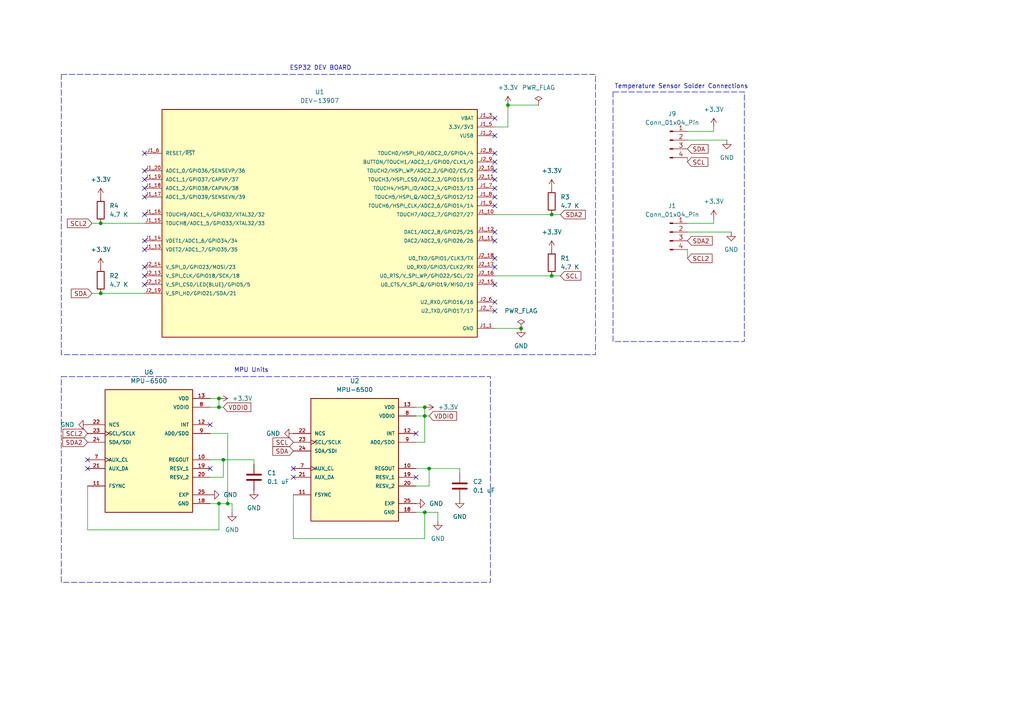
<source format=kicad_sch>
(kicad_sch (version 20250114) (generator "eeschema") (generator_version "9.0")
  (paper "A4")
  (lib_symbols
    (symbol "Connector:Conn_01x04_Pin" (pin_names (offset 1.016) (hide yes))
      (property "Reference" "J" (at 0 5.08 0))
      (property "Value" "Conn_01x04_Pin" (at 0 -7.62 0))
      (symbol "Conn_01x04_Pin_1_1"
        (rectangle (start 0.8636 2.667) (end 0 2.413) (stroke (width 0.1524)) (fill (type outline)))
        (rectangle (start 0.8636 0.127) (end 0 -0.127) (stroke (width 0.1524)) (fill (type outline)))
        (rectangle (start 0.8636 -2.413) (end 0 -2.667) (stroke (width 0.1524)) (fill (type outline)))
        (rectangle (start 0.8636 -4.953) (end 0 -5.207) (stroke (width 0.1524)) (fill (type outline)))
        (polyline (pts (xy 1.27 2.54) (xy 0.8636 2.54)) (stroke (width 0.1524)))
        (polyline (pts (xy 1.27 0) (xy 0.8636 0)) (stroke (width 0.1524)))
        (polyline (pts (xy 1.27 -2.54) (xy 0.8636 -2.54)) (stroke (width 0.1524)))
        (polyline (pts (xy 1.27 -5.08) (xy 0.8636 -5.08)) (stroke (width 0.1524)))
        (pin passive line (at 5.08 2.54 180) (length 3.81) (name "Pin_1") (number "1"))
        (pin passive line (at 5.08 0 180) (length 3.81) (name "Pin_2") (number "2"))
        (pin passive line (at 5.08 -2.54 180) (length 3.81) (name "Pin_3") (number "3"))
        (pin passive line (at 5.08 -5.08 180) (length 3.81) (name "Pin_4") (number "4"))
      )
    )
    (symbol "DEV-13907:DEV-13907" (pin_names (offset 1.016))
      (property "Reference" "U" (at -45.72 33.782 0))
      (property "Value" "DEV-13907" (at -45.72 -35.56 0))
      (symbol "DEV-13907_0_0"
        (rectangle (start -45.72 -33.02) (end 45.72 33.02) (stroke (width 0.254)) (fill (type background)))
        (pin input line (at -50.8 20.32 0) (length 5.08) (name "RESET/~{RST}") (number "J1_6"))
        (pin bidirectional line (at -50.8 15.24 0) (length 5.08) (name "ADC1_0/GPIO36/SENSEVP/36") (number "J1_20"))
        (pin bidirectional line (at -50.8 12.7 0) (length 5.08) (name "ADC1_1/GPIO37/CAPVP/37") (number "J1_19"))
        (pin bidirectional line (at -50.8 10.16 0) (length 5.08) (name "ADC1_2/GPIO38/CAPVN/38") (number "J1_18"))
        (pin bidirectional line (at -50.8 7.62 0) (length 5.08) (name "ADC1_3/GPIO39/SENSEVN/39") (number "J1_17"))
        (pin bidirectional line (at -50.8 2.54 0) (length 5.08) (name "TOUCH9/ADC1_4/GPIO32/XTAL32/32") (number "J1_16"))
        (pin bidirectional line (at -50.8 0 0) (length 5.08) (name "TOUCH8/ADC1_5/GPIO33/XTAL32/33") (number "J1_15"))
        (pin bidirectional line (at -50.8 -5.08 0) (length 5.08) (name "VDET1/ADC1_6/GPIO34/34") (number "J1_14"))
        (pin bidirectional line (at -50.8 -7.62 0) (length 5.08) (name "VDET2/ADC1_7/GPIO35/35") (number "J1_13"))
        (pin bidirectional line (at -50.8 -12.7 0) (length 5.08) (name "V_SPI_D/GPIO23/MOSI/23") (number "J2_14"))
        (pin bidirectional line (at -50.8 -15.24 0) (length 5.08) (name "V_SPI_CLK/GPIO18/SCK/18") (number "J2_13"))
        (pin bidirectional line (at -50.8 -17.78 0) (length 5.08) (name "V_SPI_CS0/LED(BLUE)/GPIO5/5") (number "J2_12"))
        (pin bidirectional line (at -50.8 -20.32 0) (length 5.08) (name "V_SPI_HD/GPIO21/SDA/21") (number "J2_19"))
        (pin power_in line (at 50.8 30.48 180) (length 5.08) (name "VBAT") (number "J1_3"))
        (pin power_in line (at 50.8 30.48 180) (length 5.08) (hide yes) (name "VBAT") (number "J2_3"))
        (pin power_in line (at 50.8 27.94 180) (length 5.08) (name "3.3V/3V3") (number "J1_5"))
        (pin power_in line (at 50.8 27.94 180) (length 5.08) (hide yes) (name "3.3V/3V3") (number "J2_5"))
        (pin power_in line (at 50.8 25.4 180) (length 5.08) (name "VUSB") (number "J1_2"))
        (pin power_in line (at 50.8 25.4 180) (length 5.08) (hide yes) (name "VUSB") (number "J2_2"))
        (pin bidirectional line (at 50.8 20.32 180) (length 5.08) (name "TOUCH0/HSPI_HD/ADC2_0/GPIO4/4") (number "J2_8"))
        (pin bidirectional line (at 50.8 17.78 180) (length 5.08) (name "BUTTON/TOUCH1/ADC2_1/GPIO0/CLK1/0") (number "J2_9"))
        (pin bidirectional line (at 50.8 15.24 180) (length 5.08) (name "TOUCH2/HSPI_WP/ADC2_2/GPIO2/CS/2") (number "J2_10"))
        (pin bidirectional line (at 50.8 12.7 180) (length 5.08) (name "TOUCH3/HSPI_CS0/ADC2_3/GPIO15/15") (number "J2_11"))
        (pin bidirectional line (at 50.8 10.16 180) (length 5.08) (name "TOUCH4/HSPI_ID/ADC2_4/GPIO13/13") (number "J1_7"))
        (pin bidirectional line (at 50.8 7.62 180) (length 5.08) (name "TOUCH5/HSPI_Q/ADC2_5/GPIO12/12") (number "J1_8"))
        (pin bidirectional line (at 50.8 5.08 180) (length 5.08) (name "TOUCH6/HSPI_CLK/ADC2_6/GPIO14/14") (number "J1_9"))
        (pin bidirectional line (at 50.8 2.54 180) (length 5.08) (name "TOUCH7/ADC2_7/GPIO27/27") (number "J1_10"))
        (pin bidirectional line (at 50.8 -2.54 180) (length 5.08) (name "DAC1/ADC2_8/GPIO25/25") (number "J1_12"))
        (pin bidirectional line (at 50.8 -5.08 180) (length 5.08) (name "DAC2/ADC2_9/GPIO26/26") (number "J1_11"))
        (pin bidirectional line (at 50.8 -10.16 180) (length 5.08) (name "U0_TXD/GPIO1/CLK3/TX") (number "J2_18"))
        (pin bidirectional line (at 50.8 -12.7 180) (length 5.08) (name "U0_RXD/GPIO3/CLK2/RX") (number "J2_17"))
        (pin bidirectional line (at 50.8 -15.24 180) (length 5.08) (name "U0_RTS/V_SPI_WP/GPIO22/SCL/22") (number "J2_16"))
        (pin bidirectional line (at 50.8 -17.78 180) (length 5.08) (name "U0_CTS/V_SPI_Q/GPIO19/MISO/19") (number "J2_15"))
        (pin bidirectional line (at 50.8 -22.86 180) (length 5.08) (name "U2_RXD/GPIO16/16") (number "J2_6"))
        (pin bidirectional line (at 50.8 -25.4 180) (length 5.08) (name "U2_TXD/GPIO17/17") (number "J2_7"))
        (pin power_in line (at 50.8 -30.48 180) (length 5.08) (name "GND") (number "J1_1"))
        (pin power_in line (at 50.8 -30.48 180) (length 5.08) (hide yes) (name "GND") (number "J1_4"))
        (pin power_in line (at 50.8 -30.48 180) (length 5.08) (hide yes) (name "GND") (number "J2_1"))
        (pin power_in line (at 50.8 -30.48 180) (length 5.08) (hide yes) (name "GND") (number "J2_20"))
        (pin power_in line (at 50.8 -30.48 180) (length 5.08) (hide yes) (name "GND") (number "J2_4"))
      )
    )
    (symbol "Device:C" (pin_numbers (hide yes)) (pin_names (offset 0.254))
      (property "Reference" "C" (at 0.635 2.54 0))
      (property "Value" "C" (at 0.635 -2.54 0))
      (symbol "C_0_1"
        (polyline (pts (xy -2.032 0.762) (xy 2.032 0.762)) (stroke (width 0.508)))
        (polyline (pts (xy -2.032 -0.762) (xy 2.032 -0.762)) (stroke (width 0.508)))
      )
      (symbol "C_1_1"
        (pin passive line (at 0 3.81 270) (length 2.794) (name "~") (number "1"))
        (pin passive line (at 0 -3.81 90) (length 2.794) (name "~") (number "2"))
      )
    )
    (symbol "Device:R" (pin_numbers (hide yes)) (pin_names (offset 0))
      (property "Reference" "R" (at 2.032 0 90))
      (property "Value" "R" (at 0 0 90))
      (symbol "R_0_1"
        (rectangle (start -1.016 -2.54) (end 1.016 2.54) (stroke (width 0.254)))
      )
      (symbol "R_1_1"
        (pin passive line (at 0 3.81 270) (length 1.27) (name "~") (number "1"))
        (pin passive line (at 0 -3.81 90) (length 1.27) (name "~") (number "2"))
      )
    )
    (symbol "MPU-6500:MPU-6500" (pin_names (offset 1.016))
      (property "Reference" "U" (at -12.7 19.05 0))
      (property "Value" "MPU-6500" (at -12.7 -19.05 0))
      (symbol "MPU-6500_0_0"
        (rectangle (start -12.7 -17.78) (end 12.7 17.78) (stroke (width 0.254)) (fill (type background)))
        (pin input line (at -17.78 7.62 0) (length 5.08) (name "NCS") (number "22"))
        (pin input clock (at -17.78 5.08 0) (length 5.08) (name "SCL/SCLK") (number "23"))
        (pin bidirectional line (at -17.78 2.54 0) (length 5.08) (name "SDA/SDI") (number "24"))
        (pin input clock (at -17.78 -2.54 0) (length 5.08) (name "AUX_CL") (number "7"))
        (pin bidirectional line (at -17.78 -5.08 0) (length 5.08) (name "AUX_DA") (number "21"))
        (pin input line (at -17.78 -10.16 0) (length 5.08) (name "FSYNC") (number "11"))
        (pin power_in line (at 17.78 15.24 180) (length 5.08) (name "VDD") (number "13"))
        (pin power_in line (at 17.78 12.7 180) (length 5.08) (name "VDDIO") (number "8"))
        (pin output line (at 17.78 7.62 180) (length 5.08) (name "INT") (number "12"))
        (pin output line (at 17.78 5.08 180) (length 5.08) (name "AD0/SDO") (number "9"))
        (pin output line (at 17.78 -2.54 180) (length 5.08) (name "REGOUT") (number "10"))
        (pin passive line (at 17.78 -5.08 180) (length 5.08) (name "RESV_1") (number "19"))
        (pin passive line (at 17.78 -7.62 180) (length 5.08) (name "RESV_2") (number "20"))
        (pin passive line (at 17.78 -12.7 180) (length 5.08) (name "EXP") (number "25"))
        (pin power_in line (at 17.78 -15.24 180) (length 5.08) (name "GND") (number "18"))
      )
    )
    (symbol "power:+3.3V" (power) (pin_numbers (hide yes)) (pin_names (offset 0) (hide yes))
      (property "Value" "+3.3V" (at 0 3.556 0))
      (symbol "+3.3V_0_1"
        (polyline (pts (xy -0.762 1.27) (xy 0 2.54)))
        (polyline (pts (xy 0 2.54) (xy 0.762 1.27)))
        (polyline (pts (xy 0 0) (xy 0 2.54)))
      )
      (symbol "+3.3V_1_1"
        (pin power_in line (at 0 0 90) (length 0) (name "~") (number "1"))
      )
    )
    (symbol "power:GND" (power) (pin_numbers (hide yes)) (pin_names (offset 0) (hide yes))
      (property "Value" "GND" (at 0 -3.81 0))
      (symbol "GND_0_1"
        (polyline (pts (xy 0 0) (xy 0 -1.27) (xy 1.27 -1.27) (xy 0 -2.54) (xy -1.27 -1.27) (xy 0 -1.27)))
      )
      (symbol "GND_1_1"
        (pin power_in line (at 0 0 270) (length 0) (name "~") (number "1"))
      )
    )
    (symbol "power:PWR_FLAG" (power) (pin_numbers (hide yes)) (pin_names (offset 0) (hide yes))
      (property "Value" "PWR_FLAG" (at 0 3.81 0))
      (symbol "PWR_FLAG_0_0"
        (pin power_out line (at 0 0 90) (length 0) (name "~") (number "1"))
      )
      (symbol "PWR_FLAG_0_1"
        (polyline (pts (xy 0 0) (xy 0 1.27) (xy -1.016 1.905) (xy 0 2.54) (xy 1.016 1.905) (xy 0 1.27)))
      )
    )
  )
  (rectangle (start 17.78 109.22) (end 142.24 168.91) (stroke (width 0) (type dash)))
  (rectangle (start 177.8 26.67) (end 215.9 99.06) (stroke (width 0) (type dash)))
  (rectangle (start 17.78 21.59) (end 172.72 102.87) (stroke (width 0) (type dash)))
  (text "MPU Units" (at 72.898 107.442 0) (effects (font (size 1.27 1.27))))
  (text "ESP32 DEV BOARD" (at 92.964 19.812 0) (effects (font (size 1.27 1.27))))
  (text "Temperature Sensor Solder Connections" (at 197.612 25.146 0) (effects (font (size 1.27 1.27))))
  (junction (at 123.19 148.59))
  (junction (at 160.02 62.23))
  (junction (at 66.04 146.05))
  (junction (at 160.02 80.01))
  (junction (at 123.19 118.11))
  (junction (at 124.46 135.89))
  (junction (at 29.21 85.09))
  (junction (at 63.5 146.05))
  (junction (at 151.13 95.25))
  (junction (at 64.77 133.35))
  (junction (at 29.21 64.77))
  (junction (at 123.19 120.65))
  (junction (at 63.5 118.11))
  (junction (at 147.32 30.48))
  (junction (at 63.5 115.57))
  (no_connect (at 41.91 57.15))
  (no_connect (at 41.91 54.61))
  (no_connect (at 143.51 82.55))
  (no_connect (at 41.91 69.85))
  (no_connect (at 41.91 62.23))
  (no_connect (at 143.51 52.07))
  (no_connect (at 60.96 135.89))
  (no_connect (at 41.91 80.01))
  (no_connect (at 143.51 44.45))
  (no_connect (at 143.51 77.47))
  (no_connect (at 41.91 77.47))
  (no_connect (at 143.51 34.29))
  (no_connect (at 41.91 52.07))
  (no_connect (at 120.65 125.73))
  (no_connect (at 143.51 59.69))
  (no_connect (at 143.51 69.85))
  (no_connect (at 143.51 49.53))
  (no_connect (at 143.51 57.15))
  (no_connect (at 25.4 133.35))
  (no_connect (at 143.51 46.99))
  (no_connect (at 41.91 72.39))
  (no_connect (at 143.51 90.17))
  (no_connect (at 41.91 49.53))
  (no_connect (at 143.51 87.63))
  (no_connect (at 41.91 82.55))
  (no_connect (at 143.51 67.31))
  (no_connect (at 143.51 54.61))
  (no_connect (at 143.51 74.93))
  (no_connect (at 41.91 44.45))
  (no_connect (at 25.4 135.89))
  (no_connect (at 85.09 135.89))
  (no_connect (at 60.96 123.19))
  (no_connect (at 85.09 138.43))
  (no_connect (at 120.65 138.43))
  (no_connect (at 143.51 39.37))
  (wire (pts (xy 207.01 64.77) (xy 207.01 63.5)))
  (wire (pts (xy 73.66 133.35) (xy 73.66 134.62)))
  (wire (pts (xy 199.39 67.31) (xy 212.09 67.31)))
  (wire (pts (xy 120.65 135.89) (xy 124.46 135.89)))
  (wire (pts (xy 120.65 118.11) (xy 123.19 118.11)))
  (wire (pts (xy 60.96 118.11) (xy 63.5 118.11)))
  (wire (pts (xy 147.32 30.48) (xy 156.21 30.48)))
  (wire (pts (xy 60.96 138.43) (xy 64.77 138.43)))
  (wire (pts (xy 123.19 118.11) (xy 123.19 120.65)))
  (wire (pts (xy 67.31 146.05) (xy 67.31 148.59)))
  (wire (pts (xy 143.51 36.83) (xy 147.32 36.83)))
  (wire (pts (xy 207.01 38.1) (xy 207.01 36.83)))
  (wire (pts (xy 60.96 146.05) (xy 63.5 146.05)))
  (wire (pts (xy 66.04 125.73) (xy 66.04 146.05)))
  (wire (pts (xy 85.09 156.21) (xy 123.19 156.21)))
  (wire (pts (xy 66.04 146.05) (xy 67.31 146.05)))
  (wire (pts (xy 63.5 146.05) (xy 66.04 146.05)))
  (wire (pts (xy 63.5 153.67) (xy 63.5 146.05)))
  (wire (pts (xy 60.96 115.57) (xy 63.5 115.57)))
  (wire (pts (xy 26.67 64.77) (xy 29.21 64.77)))
  (wire (pts (xy 120.65 128.27) (xy 123.19 128.27)))
  (wire (pts (xy 162.56 80.01) (xy 160.02 80.01)))
  (wire (pts (xy 64.77 138.43) (xy 64.77 133.35)))
  (wire (pts (xy 123.19 156.21) (xy 123.19 148.59)))
  (wire (pts (xy 26.67 85.09) (xy 29.21 85.09)))
  (wire (pts (xy 199.39 40.64) (xy 210.82 40.64)))
  (wire (pts (xy 151.13 95.25) (xy 143.51 95.25)))
  (wire (pts (xy 63.5 115.57) (xy 63.5 118.11)))
  (wire (pts (xy 85.09 143.51) (xy 85.09 156.21)))
  (wire (pts (xy 147.32 36.83) (xy 147.32 30.48)))
  (wire (pts (xy 124.46 140.97) (xy 124.46 135.89)))
  (wire (pts (xy 120.65 140.97) (xy 124.46 140.97)))
  (wire (pts (xy 160.02 80.01) (xy 143.51 80.01)))
  (wire (pts (xy 199.39 64.77) (xy 207.01 64.77)))
  (wire (pts (xy 123.19 148.59) (xy 127 148.59)))
  (wire (pts (xy 120.65 120.65) (xy 123.19 120.65)))
  (wire (pts (xy 123.19 120.65) (xy 124.46 120.65)))
  (wire (pts (xy 63.5 118.11) (xy 64.77 118.11)))
  (wire (pts (xy 143.51 62.23) (xy 160.02 62.23)))
  (wire (pts (xy 127 148.59) (xy 127 151.13)))
  (wire (pts (xy 160.02 62.23) (xy 162.56 62.23)))
  (wire (pts (xy 60.96 125.73) (xy 66.04 125.73)))
  (wire (pts (xy 25.4 140.97) (xy 25.4 153.67)))
  (wire (pts (xy 123.19 128.27) (xy 123.19 120.65)))
  (wire (pts (xy 29.21 64.77) (xy 41.91 64.77)))
  (wire (pts (xy 133.35 135.89) (xy 133.35 137.16)))
  (wire (pts (xy 199.39 72.39) (xy 199.39 74.93)))
  (wire (pts (xy 124.46 135.89) (xy 133.35 135.89)))
  (wire (pts (xy 199.39 38.1) (xy 207.01 38.1)))
  (wire (pts (xy 25.4 153.67) (xy 63.5 153.67)))
  (wire (pts (xy 29.21 85.09) (xy 41.91 85.09)))
  (wire (pts (xy 199.39 45.72) (xy 199.39 46.99)))
  (wire (pts (xy 120.65 148.59) (xy 123.19 148.59)))
  (wire (pts (xy 60.96 133.35) (xy 64.77 133.35)))
  (wire (pts (xy 64.77 133.35) (xy 73.66 133.35)))
  (global_label "SDA" (shape input) (at 26.67 85.09 180) (property "Intersheetrefs" "${INTERSHEET_REFS}" (effects (hide yes))))
  (global_label "SDA" (shape input) (at 199.39 43.18 0) (property "Intersheetrefs" "${INTERSHEET_REFS}" (effects (hide yes))))
  (global_label "SDA2" (shape input) (at 162.56 62.23 0) (property "Intersheetrefs" "${INTERSHEET_REFS}" (effects (hide yes))))
  (global_label "SDA" (shape input) (at 85.09 130.81 180) (property "Intersheetrefs" "${INTERSHEET_REFS}" (effects (hide yes))))
  (global_label "SCL" (shape input) (at 199.39 46.99 0) (property "Intersheetrefs" "${INTERSHEET_REFS}" (effects (hide yes))))
  (global_label "SCL2" (shape input) (at 26.67 64.77 180) (property "Intersheetrefs" "${INTERSHEET_REFS}" (effects (hide yes))))
  (global_label "SDA2" (shape input) (at 199.39 69.85 0) (property "Intersheetrefs" "${INTERSHEET_REFS}" (effects (hide yes))))
  (global_label "SCL2" (shape input) (at 199.39 74.93 0) (property "Intersheetrefs" "${INTERSHEET_REFS}" (effects (hide yes))))
  (global_label "SCL" (shape input) (at 162.56 80.01 0) (property "Intersheetrefs" "${INTERSHEET_REFS}" (effects (hide yes))))
  (global_label "VDDIO" (shape input) (at 124.46 120.65 0) (property "Intersheetrefs" "${INTERSHEET_REFS}" (effects (hide yes))))
  (global_label "SCL" (shape input) (at 85.09 128.27 180) (property "Intersheetrefs" "${INTERSHEET_REFS}" (effects (hide yes))))
  (global_label "SDA2" (shape input) (at 25.4 128.27 180) (property "Intersheetrefs" "${INTERSHEET_REFS}" (effects (hide yes))))
  (global_label "VDDIO" (shape input) (at 64.77 118.11 0) (property "Intersheetrefs" "${INTERSHEET_REFS}" (effects (hide yes))))
  (global_label "SCL2" (shape input) (at 25.4 125.73 180) (property "Intersheetrefs" "${INTERSHEET_REFS}" (effects (hide yes))))
  (symbol (lib_id "power:+3.3V") (at 123.19 118.11 270) (unit 1)
    (property "Reference" "#PWR016" (effects (hide yes)))
    (property "Value" "+3.3V" (at 127 118.1099 90) (effects (justify left)))
    (property "Description" "Power symbol creates a global label with name \"+3.3V\"" (effects (hide yes)))
  )
  (symbol (lib_id "power:+3.3V") (at 160.02 72.39 0) (unit 1)
    (property "Reference" "#PWR018" (effects (hide yes)))
    (property "Value" "+3.3V" (at 160.02 67.31 0))
    (property "Description" "Power symbol creates a global label with name \"+3.3V\"" (effects (hide yes)))
  )
  (symbol (lib_id "power:+3.3V") (at 207.01 36.83 0) (unit 1)
    (property "Reference" "#PWR07" (effects (hide yes)))
    (property "Value" "+3.3V" (at 207.01 31.75 0))
    (property "Description" "Power symbol creates a global label with name \"+3.3V\"" (effects (hide yes)))
  )
  (symbol (lib_id "Device:C") (at 133.35 140.97 0) (unit 1)
    (property "Reference" "C2" (at 137.16 139.6999 0) (effects (justify left)))
    (property "Value" "0.1 uF" (at 137.16 142.2399 0) (effects (justify left)))
    (property "Footprint" "Capacitor_SMD:C_0805_2012Metric" (effects (hide yes)))
    (property "Description" "Unpolarized capacitor" (effects (hide yes)))
  )
  (symbol (lib_id "Device:R") (at 160.02 76.2 0) (unit 1)
    (property "Reference" "R1" (at 162.56 74.9299 0) (effects (justify left)))
    (property "Value" "4.7 K" (at 162.56 77.4699 0) (effects (justify left)))
    (property "Footprint" "Resistor_SMD:R_0805_2012Metric" (effects (hide yes)))
    (property "Description" "Resistor" (effects (hide yes)))
  )
  (symbol (lib_id "power:GND") (at 212.09 67.31 0) (unit 1)
    (property "Reference" "#PWR010" (effects (hide yes)))
    (property "Value" "GND" (at 212.09 72.39 0))
    (property "Description" "Power symbol creates a global label with name \"GND\" , ground" (effects (hide yes)))
  )
  (symbol (lib_id "power:+3.3V") (at 29.21 57.15 0) (unit 1)
    (property "Reference" "#PWR020" (effects (hide yes)))
    (property "Value" "+3.3V" (at 29.21 52.07 0))
    (property "Description" "Power symbol creates a global label with name \"+3.3V\"" (effects (hide yes)))
  )
  (symbol (lib_id "power:+3.3V") (at 207.01 63.5 0) (unit 1)
    (property "Reference" "#PWR09" (effects (hide yes)))
    (property "Value" "+3.3V" (at 207.01 58.42 0))
    (property "Description" "Power symbol creates a global label with name \"+3.3V\"" (effects (hide yes)))
  )
  (symbol (lib_id "power:PWR_FLAG") (at 151.13 95.25 0) (unit 1)
    (property "Reference" "#FLG02" (effects (hide yes)))
    (property "Value" "PWR_FLAG" (at 151.13 90.17 0))
    (property "Description" "Special symbol for telling ERC where power comes from" (effects (hide yes)))
  )
  (symbol (lib_id "power:GND") (at 73.66 142.24 0) (unit 1)
    (property "Reference" "#PWR06" (effects (hide yes)))
    (property "Value" "GND" (at 73.66 147.32 0))
    (property "Description" "Power symbol creates a global label with name \"GND\" , ground" (effects (hide yes)))
  )
  (symbol (lib_id "power:GND") (at 85.09 125.73 270) (unit 1)
    (property "Reference" "#PWR011" (effects (hide yes)))
    (property "Value" "GND" (at 81.28 125.7299 90) (effects (justify right)))
    (property "Description" "Power symbol creates a global label with name \"GND\" , ground" (effects (hide yes)))
  )
  (symbol (lib_id "power:PWR_FLAG") (at 156.21 30.48 0) (unit 1)
    (property "Reference" "#FLG01" (effects (hide yes)))
    (property "Value" "PWR_FLAG" (at 156.21 25.4 0))
    (property "Description" "Special symbol for telling ERC where power comes from" (effects (hide yes)))
  )
  (symbol (lib_id "power:GND") (at 210.82 40.64 0) (unit 1)
    (property "Reference" "#PWR08" (effects (hide yes)))
    (property "Value" "GND" (at 210.82 45.72 0))
    (property "Description" "Power symbol creates a global label with name \"GND\" , ground" (effects (hide yes)))
  )
  (symbol (lib_id "power:GND") (at 120.65 146.05 90) (unit 1)
    (property "Reference" "#PWR012" (effects (hide yes)))
    (property "Value" "GND" (at 124.46 146.0499 90) (effects (justify right)))
    (property "Description" "Power symbol creates a global label with name \"GND\" , ground" (effects (hide yes)))
  )
  (symbol (lib_id "Connector:Conn_01x04_Pin") (at 194.31 40.64 0) (unit 1)
    (property "Reference" "J9" (at 194.945 33.02 0))
    (property "Value" "Conn_01x04_Pin" (at 194.945 35.56 0))
    (property "Footprint" "Connector_PinHeader_2.54mm:PinHeader_1x04_P2.54mm_Horizontal" (effects (hide yes)))
    (property "Description" "Generic connector, single row, 01x04, script generated" (effects (hide yes)))
  )
  (symbol (lib_id "Device:R") (at 160.02 58.42 0) (unit 1)
    (property "Reference" "R3" (at 162.56 57.1499 0) (effects (justify left)))
    (property "Value" "4.7 K" (at 162.56 59.6899 0) (effects (justify left)))
    (property "Footprint" "Resistor_SMD:R_0805_2012Metric" (effects (hide yes)))
    (property "Description" "Resistor" (effects (hide yes)))
  )
  (symbol (lib_id "power:GND") (at 133.35 144.78 0) (unit 1)
    (property "Reference" "#PWR014" (effects (hide yes)))
    (property "Value" "GND" (at 133.35 149.86 0))
    (property "Description" "Power symbol creates a global label with name \"GND\" , ground" (effects (hide yes)))
  )
  (symbol (lib_id "DEV-13907:DEV-13907") (at 92.71 64.77 0) (unit 1)
    (property "Reference" "U1" (at 92.71 26.67 0))
    (property "Value" "DEV-13907" (at 92.71 29.21 0))
    (property "Footprint" "DEV-13907-3:MODULE_DEV-13907" (effects (hide yes)))
    (property "MF" "SparkFun" (effects (hide yes)))
    (property "MAXIMUM_PACKAGE_HEIGHT" "1.90mm" (effects (hide yes)))
    (property "Package" "None" (effects (hide yes)))
    (property "Price" "None" (effects (hide yes)))
    (property "Check_prices" "https://www.snapeda.com/parts/DEV-13907/SparkFun/view-part/?ref=eda" (effects (hide yes)))
    (property "STANDARD" "Manufacturer Recommendations" (effects (hide yes)))
    (property "PARTREV" "V10" (effects (hide yes)))
    (property "SnapEDA_Link" "https://www.snapeda.com/parts/DEV-13907/SparkFun/view-part/?ref=snap" (effects (hide yes)))
    (property "MP" "DEV-13907" (effects (hide yes)))
    (property "Description_1" "ESP32 - Transceiver; 802.11 b/g/n (Wi-Fi, WiFi, WLAN), Bluetooth® Smart Ready 4.x Dual Mode Evaluation Board" (effects (hide yes)))
    (property "MANUFACTURER" "SparkFun" (effects (hide yes)))
    (property "Availability" "In Stock" (effects (hide yes)))
    (property "SNAPEDA_PN" "DEV-13907" (effects (hide yes)))
  )
  (symbol (lib_id "power:GND") (at 25.4 123.19 270) (unit 1)
    (property "Reference" "#PWR04" (effects (hide yes)))
    (property "Value" "GND" (at 21.59 123.1899 90) (effects (justify right)))
    (property "Description" "Power symbol creates a global label with name \"GND\" , ground" (effects (hide yes)))
  )
  (symbol (lib_id "Device:R") (at 29.21 81.28 0) (unit 1)
    (property "Reference" "R2" (at 31.75 80.0099 0) (effects (justify left)))
    (property "Value" "4.7 K" (at 31.75 82.5499 0) (effects (justify left)))
    (property "Footprint" "Resistor_SMD:R_0805_2012Metric" (effects (hide yes)))
    (property "Description" "Resistor" (effects (hide yes)))
  )
  (symbol (lib_id "power:GND") (at 67.31 148.59 0) (unit 1)
    (property "Reference" "#PWR03" (effects (hide yes)))
    (property "Value" "GND" (at 67.31 153.67 0))
    (property "Description" "Power symbol creates a global label with name \"GND\" , ground" (effects (hide yes)))
  )
  (symbol (lib_id "power:+3.3V") (at 29.21 77.47 0) (unit 1)
    (property "Reference" "#PWR017" (effects (hide yes)))
    (property "Value" "+3.3V" (at 29.21 72.39 0))
    (property "Description" "Power symbol creates a global label with name \"+3.3V\"" (effects (hide yes)))
  )
  (symbol (lib_id "power:GND") (at 127 151.13 0) (unit 1)
    (property "Reference" "#PWR013" (effects (hide yes)))
    (property "Value" "GND" (at 127 156.21 0))
    (property "Description" "Power symbol creates a global label with name \"GND\" , ground" (effects (hide yes)))
  )
  (symbol (lib_id "Device:R") (at 29.21 60.96 0) (unit 1)
    (property "Reference" "R4" (at 31.75 59.6899 0) (effects (justify left)))
    (property "Value" "4.7 K" (at 31.75 62.2299 0) (effects (justify left)))
    (property "Footprint" "Resistor_SMD:R_0805_2012Metric" (effects (hide yes)))
    (property "Description" "Resistor" (effects (hide yes)))
  )
  (symbol (lib_id "power:+3.3V") (at 63.5 115.57 270) (unit 1)
    (property "Reference" "#PWR015" (effects (hide yes)))
    (property "Value" "+3.3V" (at 67.31 115.5699 90) (effects (justify left)))
    (property "Description" "Power symbol creates a global label with name \"+3.3V\"" (effects (hide yes)))
  )
  (symbol (lib_id "power:+3.3V") (at 160.02 54.61 0) (unit 1)
    (property "Reference" "#PWR019" (effects (hide yes)))
    (property "Value" "+3.3V" (at 160.02 49.53 0))
    (property "Description" "Power symbol creates a global label with name \"+3.3V\"" (effects (hide yes)))
  )
  (symbol (lib_id "power:+3.3V") (at 147.32 30.48 0) (unit 1)
    (property "Reference" "#PWR01" (effects (hide yes)))
    (property "Value" "+3.3V" (at 147.32 25.4 0))
    (property "Description" "Power symbol creates a global label with name \"+3.3V\"" (effects (hide yes)))
  )
  (symbol (lib_id "Device:C") (at 73.66 138.43 0) (unit 1)
    (property "Reference" "C1" (at 77.47 137.1599 0) (effects (justify left)))
    (property "Value" "0.1 uF" (at 77.47 139.6999 0) (effects (justify left)))
    (property "Footprint" "Capacitor_SMD:C_0805_2012Metric" (effects (hide yes)))
    (property "Description" "Unpolarized capacitor" (effects (hide yes)))
  )
  (symbol (lib_id "MPU-6500:MPU-6500") (at 43.18 130.81 0) (unit 1)
    (property "Reference" "U6" (at 43.18 107.95 0))
    (property "Value" "MPU-6500" (at 43.18 110.49 0))
    (property "Footprint" "MPU-6500:QFN40P300X300X95-25N" (effects (hide yes)))
    (property "B_NOM" "0.2" (effects (hide yes)))
    (property "PIN_COUNT_D" "6.0" (effects (hide yes)))
    (property "Check_prices" "https://www.snapeda.com/parts/MPU-6500/TDK/view-part/?ref=eda" (effects (hide yes)))
    (property "B_MAX" "0.25" (effects (hide yes)))
    (property "Description_1" "MotionTracking Device Digital Output 1.8V 24-Pin QFN EP T/R" (effects (hide yes)))
    (property "Price" "None" (effects (hide yes)))
    (property "ENOM" "0.4" (effects (hide yes)))
    (property "D_NOM" "3.0" (effects (hide yes)))
    (property "D_MAX" "3.1" (effects (hide yes)))
    (property "L_MAX" "0.25" (effects (hide yes)))
    (property "Package" "QFN-24 TDK" (effects (hide yes)))
    (property "E2_NOM" "1.54" (effects (hide yes)))
    (property "D2_NOM" "1.7" (effects (hide yes)))
    (property "PARTREV" "1.3" (effects (hide yes)))
    (property "SnapEDA_Link" "https://www.snapeda.com/parts/MPU-6500/TDK/view-part/?ref=snap" (effects (hide yes)))
    (property "E_NOM" "3.0" (effects (hide yes)))
    (property "B_MIN" "0.15" (effects (hide yes)))
    (property "STANDARD" "IPC 7351B" (effects (hide yes)))
    (property "L_NOM" "0.3" (effects (hide yes)))
    (property "MANUFACTURER" "TDK InvenSense" (effects (hide yes)))
    (property "MF" "TDK InvenSense" (effects (hide yes)))
    (property "MAXIMUM_PACKAGE_HEIGHT" "0.95 mm" (effects (hide yes)))
    (property "PIN_COUNT_E" "6.0" (effects (hide yes)))
    (property "E_MIN" "2.9" (effects (hide yes)))
    (property "D_MIN" "2.9" (effects (hide yes)))
    (property "MP" "MPU-6500" (effects (hide yes)))
    (property "L_MIN" "0.15" (effects (hide yes)))
    (property "Availability" "In Stock" (effects (hide yes)))
    (property "E_MAX" "3.1" (effects (hide yes)))
  )
  (symbol (lib_id "MPU-6500:MPU-6500") (at 102.87 133.35 0) (unit 1)
    (property "Reference" "U2" (at 102.87 110.49 0))
    (property "Value" "MPU-6500" (at 102.87 113.03 0))
    (property "Footprint" "MPU-6500:QFN40P300X300X95-25N" (effects (hide yes)))
    (property "B_NOM" "0.2" (effects (hide yes)))
    (property "PIN_COUNT_D" "6.0" (effects (hide yes)))
    (property "Check_prices" "https://www.snapeda.com/parts/MPU-6500/TDK/view-part/?ref=eda" (effects (hide yes)))
    (property "B_MAX" "0.25" (effects (hide yes)))
    (property "Description_1" "MotionTracking Device Digital Output 1.8V 24-Pin QFN EP T/R" (effects (hide yes)))
    (property "Price" "None" (effects (hide yes)))
    (property "ENOM" "0.4" (effects (hide yes)))
    (property "D_NOM" "3.0" (effects (hide yes)))
    (property "D_MAX" "3.1" (effects (hide yes)))
    (property "L_MAX" "0.25" (effects (hide yes)))
    (property "Package" "QFN-24 TDK" (effects (hide yes)))
    (property "E2_NOM" "1.54" (effects (hide yes)))
    (property "D2_NOM" "1.7" (effects (hide yes)))
    (property "PARTREV" "1.3" (effects (hide yes)))
    (property "SnapEDA_Link" "https://www.snapeda.com/parts/MPU-6500/TDK/view-part/?ref=snap" (effects (hide yes)))
    (property "E_NOM" "3.0" (effects (hide yes)))
    (property "B_MIN" "0.15" (effects (hide yes)))
    (property "STANDARD" "IPC 7351B" (effects (hide yes)))
    (property "L_NOM" "0.3" (effects (hide yes)))
    (property "MANUFACTURER" "TDK InvenSense" (effects (hide yes)))
    (property "MF" "TDK InvenSense" (effects (hide yes)))
    (property "MAXIMUM_PACKAGE_HEIGHT" "0.95 mm" (effects (hide yes)))
    (property "PIN_COUNT_E" "6.0" (effects (hide yes)))
    (property "E_MIN" "2.9" (effects (hide yes)))
    (property "D_MIN" "2.9" (effects (hide yes)))
    (property "MP" "MPU-6500" (effects (hide yes)))
    (property "L_MIN" "0.15" (effects (hide yes)))
    (property "Availability" "In Stock" (effects (hide yes)))
    (property "E_MAX" "3.1" (effects (hide yes)))
  )
  (symbol (lib_id "power:GND") (at 151.13 95.25 0) (unit 1)
    (property "Reference" "#PWR02" (effects (hide yes)))
    (property "Value" "GND" (at 151.13 100.33 0))
    (property "Description" "Power symbol creates a global label with name \"GND\" , ground" (effects (hide yes)))
  )
  (symbol (lib_id "Connector:Conn_01x04_Pin") (at 194.31 67.31 0) (unit 1)
    (property "Reference" "J1" (at 194.945 59.69 0))
    (property "Value" "Conn_01x04_Pin" (at 194.945 62.23 0))
    (property "Footprint" "Connector_PinHeader_2.54mm:PinHeader_1x04_P2.54mm_Horizontal" (effects (hide yes)))
    (property "Description" "Generic connector, single row, 01x04, script generated" (effects (hide yes)))
  )
  (symbol (lib_id "power:GND") (at 60.96 143.51 90) (unit 1)
    (property "Reference" "#PWR05" (effects (hide yes)))
    (property "Value" "GND" (at 64.77 143.5099 90) (effects (justify right)))
    (property "Description" "Power symbol creates a global label with name \"GND\" , ground" (effects (hide yes)))
  )
)
</source>
